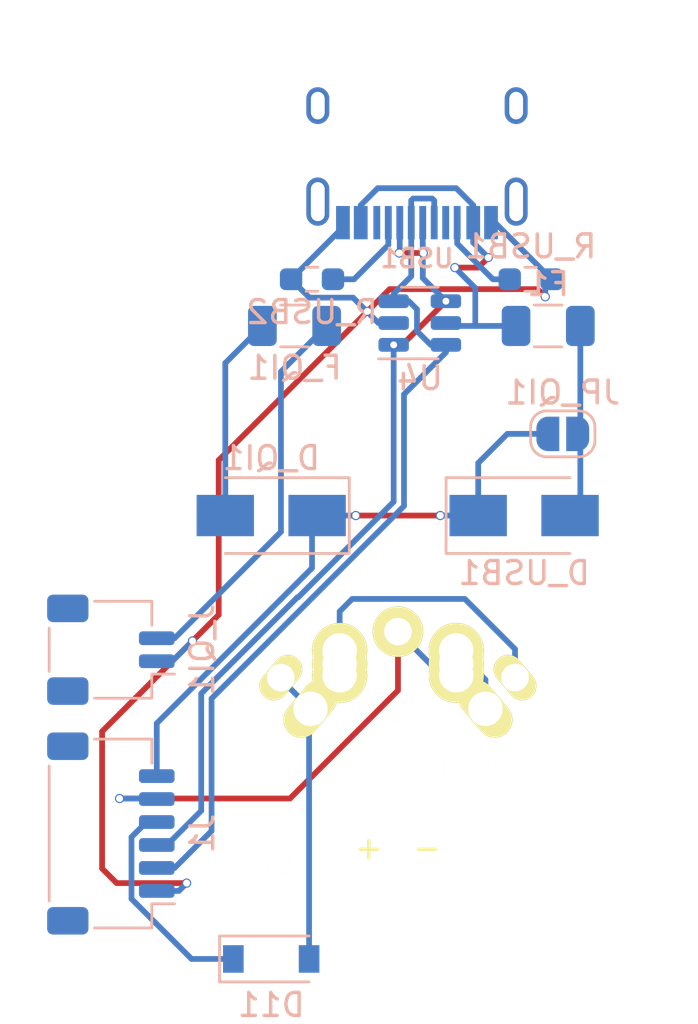
<source format=kicad_pcb>
(kicad_pcb (version 20171130) (host pcbnew 5.1.7)

  (general
    (thickness 1.6)
    (drawings 0)
    (tracks 138)
    (zones 0)
    (modules 13)
    (nets 1)
  )

  (page A4)
  (layers
    (0 F.Cu signal)
    (31 B.Cu signal)
    (32 B.Adhes user)
    (33 F.Adhes user)
    (34 B.Paste user)
    (35 F.Paste user)
    (36 B.SilkS user)
    (37 F.SilkS user)
    (38 B.Mask user)
    (39 F.Mask user)
    (40 Dwgs.User user)
    (41 Cmts.User user)
    (42 Eco1.User user)
    (43 Eco2.User user)
    (44 Edge.Cuts user)
    (45 Margin user)
    (46 B.CrtYd user)
    (47 F.CrtYd user)
    (48 B.Fab user)
    (49 F.Fab user)
  )

  (setup
    (last_trace_width 0.25)
    (trace_clearance 0.2)
    (zone_clearance 0.508)
    (zone_45_only no)
    (trace_min 0.2)
    (via_size 0.8)
    (via_drill 0.4)
    (via_min_size 0.4)
    (via_min_drill 0.3)
    (uvia_size 0.3)
    (uvia_drill 0.1)
    (uvias_allowed no)
    (uvia_min_size 0.2)
    (uvia_min_drill 0.1)
    (edge_width 0.05)
    (segment_width 0.2)
    (pcb_text_width 0.3)
    (pcb_text_size 1.5 1.5)
    (mod_edge_width 0.12)
    (mod_text_size 1 1)
    (mod_text_width 0.15)
    (pad_size 1.524 1.524)
    (pad_drill 0.762)
    (pad_to_mask_clearance 0)
    (aux_axis_origin 0 0)
    (visible_elements FFFFFF7F)
    (pcbplotparams
      (layerselection 0x010fc_ffffffff)
      (usegerberextensions false)
      (usegerberattributes true)
      (usegerberadvancedattributes true)
      (creategerberjobfile true)
      (excludeedgelayer true)
      (linewidth 0.100000)
      (plotframeref false)
      (viasonmask false)
      (mode 1)
      (useauxorigin false)
      (hpglpennumber 1)
      (hpglpenspeed 20)
      (hpglpendiameter 15.000000)
      (psnegative false)
      (psa4output false)
      (plotreference true)
      (plotvalue true)
      (plotinvisibletext false)
      (padsonsilk false)
      (subtractmaskfromsilk false)
      (outputformat 1)
      (mirror false)
      (drillshape 1)
      (scaleselection 1)
      (outputdirectory ""))
  )

  (net 0 "")

  (net_class Default "This is the default net class."
    (clearance 0.2)
    (trace_width 0.25)
    (via_dia 0.8)
    (via_drill 0.4)
    (uvia_dia 0.3)
    (uvia_drill 0.1)
  )

  (module Keebio-Parts:HRO-TYPE-C-31-M-12-Assembly (layer B.Cu) (tedit 5D5436F4) (tstamp 5FBDA54A)
    (at 133.731 45.339)
    (path /5FBC1D9F)
    (solder_mask_margin 0.05)
    (solder_paste_margin 0.05)
    (clearance 0.05)
    (attr smd)
    (fp_text reference USB1 (at 0 9.25) (layer B.SilkS)
      (effects (font (size 0.8 0.8) (thickness 0.15)) (justify mirror))
    )
    (fp_text value HRO-TYPE-C-31-M-12 (at 0 -1.15) (layer Dwgs.User)
      (effects (font (size 1 1) (thickness 0.15)))
    )
    (fp_line (start -4.47 7.3) (end 4.47 7.3) (layer Dwgs.User) (width 0.15))
    (fp_line (start 4.47 0) (end 4.47 7.3) (layer Dwgs.User) (width 0.15))
    (fp_line (start -4.47 0) (end -4.47 7.3) (layer Dwgs.User) (width 0.15))
    (fp_line (start -4.47 0) (end 4.47 0) (layer Dwgs.User) (width 0.15))
    (fp_line (start -4.5 7.5) (end -3.75 7.5) (layer B.CrtYd) (width 0.15))
    (fp_line (start 4.5 7.5) (end 4.5 0) (layer B.CrtYd) (width 0.15))
    (fp_line (start 4.5 0) (end -4.5 0) (layer B.CrtYd) (width 0.15))
    (fp_line (start -4.5 0) (end -4.5 7.5) (layer B.CrtYd) (width 0.15))
    (fp_line (start -3.75 7.5) (end -3.75 8.5) (layer B.CrtYd) (width 0.15))
    (fp_line (start -3.75 8.5) (end 3.75 8.5) (layer B.CrtYd) (width 0.15))
    (fp_line (start 3.75 8.5) (end 3.75 7.5) (layer B.CrtYd) (width 0.15))
    (fp_line (start 4.5 7.5) (end 3.75 7.5) (layer B.CrtYd) (width 0.15))
    (fp_text user %R (at 0 9.25) (layer B.Fab)
      (effects (font (size 1 1) (thickness 0.15)) (justify mirror))
    )
    (pad 13 thru_hole oval (at 4.32 2.6) (size 1 1.6) (drill oval 0.6 1.2) (layers *.Cu *.Mask))
    (pad 13 thru_hole oval (at -4.32 2.6) (size 1 1.6) (drill oval 0.6 1.2) (layers *.Cu *.Mask))
    (pad 13 thru_hole oval (at 4.32 6.78) (size 1 2.1) (drill oval 0.6 1.7) (layers *.Cu *.Mask))
    (pad 13 thru_hole oval (at -4.32 6.78) (size 1 2.1) (drill oval 0.6 1.7) (layers *.Cu *.Mask))
    (pad "" np_thru_hole circle (at -2.89 6.25) (size 0.65 0.65) (drill 0.65) (layers *.Cu *.Mask))
    (pad "" np_thru_hole circle (at 2.89 6.25) (size 0.65 0.65) (drill 0.65) (layers *.Cu *.Mask))
    (pad 6 smd rect (at -0.25 7.695) (size 0.3 1.45) (layers B.Cu B.Paste B.Mask))
    (pad 7 smd rect (at 0.25 7.695) (size 0.3 1.45) (layers B.Cu B.Paste B.Mask))
    (pad 8 smd rect (at 0.75 7.695) (size 0.3 1.45) (layers B.Cu B.Paste B.Mask))
    (pad 5 smd rect (at -0.75 7.695) (size 0.3 1.45) (layers B.Cu B.Paste B.Mask))
    (pad 9 smd rect (at 1.25 7.695) (size 0.3 1.45) (layers B.Cu B.Paste B.Mask))
    (pad 4 smd rect (at -1.25 7.695) (size 0.3 1.45) (layers B.Cu B.Paste B.Mask))
    (pad 10 smd rect (at 1.75 7.695) (size 0.3 1.45) (layers B.Cu B.Paste B.Mask))
    (pad 3 smd rect (at -1.75 7.695) (size 0.3 1.45) (layers B.Cu B.Paste B.Mask))
    (pad 2 smd rect (at -2.45 7.695) (size 0.6 1.45) (layers B.Cu B.Paste B.Mask))
    (pad 11 smd rect (at 2.45 7.695) (size 0.6 1.45) (layers B.Cu B.Paste B.Mask))
    (pad 1 smd rect (at -3.225 7.695) (size 0.6 1.45) (layers B.Cu B.Paste B.Mask))
    (pad 12 smd rect (at 3.225 7.695) (size 0.6 1.45) (layers B.Cu B.Paste B.Mask))
    (model "/Users/danny/syncproj/kicad-libs/footprints/Keebio-Parts.pretty/3dmodels/HRO  TYPE-C-31-M-12.step"
      (offset (xyz -4.45 0 0))
      (scale (xyz 1 1 1))
      (rotate (xyz -90 0 0))
    )
  )

  (module Package_TO_SOT_SMD:SOT-23-6 (layer B.Cu) (tedit 5F6F9B37) (tstamp 5FBDA533)
    (at 133.8525 57.404)
    (descr "SOT, 6 Pin (https://www.jedec.org/sites/default/files/docs/Mo-178c.PDF variant AB), generated with kicad-footprint-generator ipc_gullwing_generator.py")
    (tags "SOT TO_SOT_SMD")
    (path /5FBC61CF)
    (attr smd)
    (fp_text reference U4 (at 0 2.4) (layer B.SilkS)
      (effects (font (size 1 1) (thickness 0.15)) (justify mirror))
    )
    (fp_text value SRV05-4 (at 0 -2.4) (layer B.Fab)
      (effects (font (size 1 1) (thickness 0.15)) (justify mirror))
    )
    (fp_line (start 0 -1.56) (end 0.8 -1.56) (layer B.SilkS) (width 0.12))
    (fp_line (start 0 -1.56) (end -0.8 -1.56) (layer B.SilkS) (width 0.12))
    (fp_line (start 0 1.56) (end 0.8 1.56) (layer B.SilkS) (width 0.12))
    (fp_line (start 0 1.56) (end -1.8 1.56) (layer B.SilkS) (width 0.12))
    (fp_line (start -0.4 1.45) (end 0.8 1.45) (layer B.Fab) (width 0.1))
    (fp_line (start 0.8 1.45) (end 0.8 -1.45) (layer B.Fab) (width 0.1))
    (fp_line (start 0.8 -1.45) (end -0.8 -1.45) (layer B.Fab) (width 0.1))
    (fp_line (start -0.8 -1.45) (end -0.8 1.05) (layer B.Fab) (width 0.1))
    (fp_line (start -0.8 1.05) (end -0.4 1.45) (layer B.Fab) (width 0.1))
    (fp_line (start -2.05 1.7) (end -2.05 -1.7) (layer B.CrtYd) (width 0.05))
    (fp_line (start -2.05 -1.7) (end 2.05 -1.7) (layer B.CrtYd) (width 0.05))
    (fp_line (start 2.05 -1.7) (end 2.05 1.7) (layer B.CrtYd) (width 0.05))
    (fp_line (start 2.05 1.7) (end -2.05 1.7) (layer B.CrtYd) (width 0.05))
    (fp_text user %R (at 0 0) (layer B.Fab)
      (effects (font (size 0.4 0.4) (thickness 0.06)) (justify mirror))
    )
    (pad 1 smd roundrect (at -1.1375 0.95) (size 1.325 0.6) (layers B.Cu B.Paste B.Mask) (roundrect_rratio 0.25))
    (pad 2 smd roundrect (at -1.1375 0) (size 1.325 0.6) (layers B.Cu B.Paste B.Mask) (roundrect_rratio 0.25))
    (pad 3 smd roundrect (at -1.1375 -0.95) (size 1.325 0.6) (layers B.Cu B.Paste B.Mask) (roundrect_rratio 0.25))
    (pad 4 smd roundrect (at 1.1375 -0.95) (size 1.325 0.6) (layers B.Cu B.Paste B.Mask) (roundrect_rratio 0.25))
    (pad 5 smd roundrect (at 1.1375 0) (size 1.325 0.6) (layers B.Cu B.Paste B.Mask) (roundrect_rratio 0.25))
    (pad 6 smd roundrect (at 1.1375 0.95) (size 1.325 0.6) (layers B.Cu B.Paste B.Mask) (roundrect_rratio 0.25))
    (model ${KISYS3DMOD}/Package_TO_SOT_SMD.3dshapes/SOT-23-6.wrl
      (at (xyz 0 0 0))
      (scale (xyz 1 1 1))
      (rotate (xyz 0 0 0))
    )
  )

  (module Resistor_SMD:R_0603_1608Metric_Pad0.98x0.95mm_HandSolder (layer B.Cu) (tedit 5F68FEEE) (tstamp 5FBDA51B)
    (at 129.159 55.499)
    (descr "Resistor SMD 0603 (1608 Metric), square (rectangular) end terminal, IPC_7351 nominal with elongated pad for handsoldering. (Body size source: IPC-SM-782 page 72, https://www.pcb-3d.com/wordpress/wp-content/uploads/ipc-sm-782a_amendment_1_and_2.pdf), generated with kicad-footprint-generator")
    (tags "resistor handsolder")
    (path /5FBCD7A9)
    (attr smd)
    (fp_text reference R_USB2 (at 0 1.43) (layer B.SilkS)
      (effects (font (size 1 1) (thickness 0.15)) (justify mirror))
    )
    (fp_text value 5.1k (at 0 -1.43) (layer B.Fab)
      (effects (font (size 1 1) (thickness 0.15)) (justify mirror))
    )
    (fp_line (start -0.8 -0.4125) (end -0.8 0.4125) (layer B.Fab) (width 0.1))
    (fp_line (start -0.8 0.4125) (end 0.8 0.4125) (layer B.Fab) (width 0.1))
    (fp_line (start 0.8 0.4125) (end 0.8 -0.4125) (layer B.Fab) (width 0.1))
    (fp_line (start 0.8 -0.4125) (end -0.8 -0.4125) (layer B.Fab) (width 0.1))
    (fp_line (start -0.254724 0.5225) (end 0.254724 0.5225) (layer B.SilkS) (width 0.12))
    (fp_line (start -0.254724 -0.5225) (end 0.254724 -0.5225) (layer B.SilkS) (width 0.12))
    (fp_line (start -1.65 -0.73) (end -1.65 0.73) (layer B.CrtYd) (width 0.05))
    (fp_line (start -1.65 0.73) (end 1.65 0.73) (layer B.CrtYd) (width 0.05))
    (fp_line (start 1.65 0.73) (end 1.65 -0.73) (layer B.CrtYd) (width 0.05))
    (fp_line (start 1.65 -0.73) (end -1.65 -0.73) (layer B.CrtYd) (width 0.05))
    (fp_text user %R (at 0 0) (layer B.Fab)
      (effects (font (size 0.4 0.4) (thickness 0.06)) (justify mirror))
    )
    (pad 1 smd roundrect (at -0.9125 0) (size 0.975 0.95) (layers B.Cu B.Paste B.Mask) (roundrect_rratio 0.25))
    (pad 2 smd roundrect (at 0.9125 0) (size 0.975 0.95) (layers B.Cu B.Paste B.Mask) (roundrect_rratio 0.25))
    (model ${KISYS3DMOD}/Resistor_SMD.3dshapes/R_0603_1608Metric.wrl
      (at (xyz 0 0 0))
      (scale (xyz 1 1 1))
      (rotate (xyz 0 0 0))
    )
  )

  (module Resistor_SMD:R_0603_1608Metric_Pad0.98x0.95mm_HandSolder (layer B.Cu) (tedit 5F68FEEE) (tstamp 5FBDA50B)
    (at 138.684 55.499 180)
    (descr "Resistor SMD 0603 (1608 Metric), square (rectangular) end terminal, IPC_7351 nominal with elongated pad for handsoldering. (Body size source: IPC-SM-782 page 72, https://www.pcb-3d.com/wordpress/wp-content/uploads/ipc-sm-782a_amendment_1_and_2.pdf), generated with kicad-footprint-generator")
    (tags "resistor handsolder")
    (path /5FBCD06F)
    (attr smd)
    (fp_text reference R_USB1 (at 0 1.43) (layer B.SilkS)
      (effects (font (size 1 1) (thickness 0.15)) (justify mirror))
    )
    (fp_text value 5.1k (at 0 -1.43) (layer B.Fab)
      (effects (font (size 1 1) (thickness 0.15)) (justify mirror))
    )
    (fp_line (start -0.8 -0.4125) (end -0.8 0.4125) (layer B.Fab) (width 0.1))
    (fp_line (start -0.8 0.4125) (end 0.8 0.4125) (layer B.Fab) (width 0.1))
    (fp_line (start 0.8 0.4125) (end 0.8 -0.4125) (layer B.Fab) (width 0.1))
    (fp_line (start 0.8 -0.4125) (end -0.8 -0.4125) (layer B.Fab) (width 0.1))
    (fp_line (start -0.254724 0.5225) (end 0.254724 0.5225) (layer B.SilkS) (width 0.12))
    (fp_line (start -0.254724 -0.5225) (end 0.254724 -0.5225) (layer B.SilkS) (width 0.12))
    (fp_line (start -1.65 -0.73) (end -1.65 0.73) (layer B.CrtYd) (width 0.05))
    (fp_line (start -1.65 0.73) (end 1.65 0.73) (layer B.CrtYd) (width 0.05))
    (fp_line (start 1.65 0.73) (end 1.65 -0.73) (layer B.CrtYd) (width 0.05))
    (fp_line (start 1.65 -0.73) (end -1.65 -0.73) (layer B.CrtYd) (width 0.05))
    (fp_text user %R (at 0 0) (layer B.Fab)
      (effects (font (size 0.4 0.4) (thickness 0.06)) (justify mirror))
    )
    (pad 1 smd roundrect (at -0.9125 0 180) (size 0.975 0.95) (layers B.Cu B.Paste B.Mask) (roundrect_rratio 0.25))
    (pad 2 smd roundrect (at 0.9125 0 180) (size 0.975 0.95) (layers B.Cu B.Paste B.Mask) (roundrect_rratio 0.25))
    (model ${KISYS3DMOD}/Resistor_SMD.3dshapes/R_0603_1608Metric.wrl
      (at (xyz 0 0 0))
      (scale (xyz 1 1 1))
      (rotate (xyz 0 0 0))
    )
  )

  (module Fuse:Fuse_1206_3216Metric (layer B.Cu) (tedit 5F68FEF1) (tstamp 5FBDA4F4)
    (at 139.446 57.531 180)
    (descr "Fuse SMD 1206 (3216 Metric), square (rectangular) end terminal, IPC_7351 nominal, (Body size source: http://www.tortai-tech.com/upload/download/2011102023233369053.pdf), generated with kicad-footprint-generator")
    (tags fuse)
    (path /5FBE3CD7)
    (attr smd)
    (fp_text reference F1 (at 0 1.82) (layer B.SilkS)
      (effects (font (size 1 1) (thickness 0.15)) (justify mirror))
    )
    (fp_text value Polyfuse_Small (at 0 -1.82) (layer B.Fab)
      (effects (font (size 1 1) (thickness 0.15)) (justify mirror))
    )
    (fp_line (start -1.6 -0.8) (end -1.6 0.8) (layer B.Fab) (width 0.1))
    (fp_line (start -1.6 0.8) (end 1.6 0.8) (layer B.Fab) (width 0.1))
    (fp_line (start 1.6 0.8) (end 1.6 -0.8) (layer B.Fab) (width 0.1))
    (fp_line (start 1.6 -0.8) (end -1.6 -0.8) (layer B.Fab) (width 0.1))
    (fp_line (start -0.602064 0.91) (end 0.602064 0.91) (layer B.SilkS) (width 0.12))
    (fp_line (start -0.602064 -0.91) (end 0.602064 -0.91) (layer B.SilkS) (width 0.12))
    (fp_line (start -2.28 -1.12) (end -2.28 1.12) (layer B.CrtYd) (width 0.05))
    (fp_line (start -2.28 1.12) (end 2.28 1.12) (layer B.CrtYd) (width 0.05))
    (fp_line (start 2.28 1.12) (end 2.28 -1.12) (layer B.CrtYd) (width 0.05))
    (fp_line (start 2.28 -1.12) (end -2.28 -1.12) (layer B.CrtYd) (width 0.05))
    (fp_text user %R (at 0 0) (layer B.Fab)
      (effects (font (size 0.8 0.8) (thickness 0.12)) (justify mirror))
    )
    (pad 1 smd roundrect (at -1.4 0 180) (size 1.25 1.75) (layers B.Cu B.Paste B.Mask) (roundrect_rratio 0.2))
    (pad 2 smd roundrect (at 1.4 0 180) (size 1.25 1.75) (layers B.Cu B.Paste B.Mask) (roundrect_rratio 0.2))
    (model ${KISYS3DMOD}/Fuse.3dshapes/Fuse_1206_3216Metric.wrl
      (at (xyz 0 0 0))
      (scale (xyz 1 1 1))
      (rotate (xyz 0 0 0))
    )
  )

  (module Diode_SMD:D_SMA (layer B.Cu) (tedit 586432E5) (tstamp 5FBDA4DD)
    (at 138.398 65.786)
    (descr "Diode SMA (DO-214AC)")
    (tags "Diode SMA (DO-214AC)")
    (path /5FBF61D7)
    (attr smd)
    (fp_text reference D_USB1 (at 0 2.5) (layer B.SilkS)
      (effects (font (size 1 1) (thickness 0.15)) (justify mirror))
    )
    (fp_text value SS34 (at 0 -2.6) (layer B.Fab)
      (effects (font (size 1 1) (thickness 0.15)) (justify mirror))
    )
    (fp_line (start -3.4 1.65) (end -3.4 -1.65) (layer B.SilkS) (width 0.12))
    (fp_line (start 2.3 -1.5) (end -2.3 -1.5) (layer B.Fab) (width 0.1))
    (fp_line (start -2.3 -1.5) (end -2.3 1.5) (layer B.Fab) (width 0.1))
    (fp_line (start 2.3 1.5) (end 2.3 -1.5) (layer B.Fab) (width 0.1))
    (fp_line (start 2.3 1.5) (end -2.3 1.5) (layer B.Fab) (width 0.1))
    (fp_line (start -3.5 1.75) (end 3.5 1.75) (layer B.CrtYd) (width 0.05))
    (fp_line (start 3.5 1.75) (end 3.5 -1.75) (layer B.CrtYd) (width 0.05))
    (fp_line (start 3.5 -1.75) (end -3.5 -1.75) (layer B.CrtYd) (width 0.05))
    (fp_line (start -3.5 -1.75) (end -3.5 1.75) (layer B.CrtYd) (width 0.05))
    (fp_line (start -0.64944 -0.00102) (end -1.55114 -0.00102) (layer B.Fab) (width 0.1))
    (fp_line (start 0.50118 -0.00102) (end 1.4994 -0.00102) (layer B.Fab) (width 0.1))
    (fp_line (start -0.64944 0.79908) (end -0.64944 -0.80112) (layer B.Fab) (width 0.1))
    (fp_line (start 0.50118 -0.75032) (end 0.50118 0.79908) (layer B.Fab) (width 0.1))
    (fp_line (start -0.64944 -0.00102) (end 0.50118 -0.75032) (layer B.Fab) (width 0.1))
    (fp_line (start -0.64944 -0.00102) (end 0.50118 0.79908) (layer B.Fab) (width 0.1))
    (fp_line (start -3.4 -1.65) (end 2 -1.65) (layer B.SilkS) (width 0.12))
    (fp_line (start -3.4 1.65) (end 2 1.65) (layer B.SilkS) (width 0.12))
    (fp_text user %R (at 0 2.5) (layer B.Fab)
      (effects (font (size 1 1) (thickness 0.15)) (justify mirror))
    )
    (pad 1 smd rect (at -2 0) (size 2.5 1.8) (layers B.Cu B.Paste B.Mask))
    (pad 2 smd rect (at 2 0) (size 2.5 1.8) (layers B.Cu B.Paste B.Mask))
    (model ${KISYS3DMOD}/Diode_SMD.3dshapes/D_SMA.wrl
      (at (xyz 0 0 0))
      (scale (xyz 1 1 1))
      (rotate (xyz 0 0 0))
    )
  )

  (module Diode_SMD:D_SMA (layer B.Cu) (tedit 586432E5) (tstamp 5FBDA4C6)
    (at 127.381 65.786 180)
    (descr "Diode SMA (DO-214AC)")
    (tags "Diode SMA (DO-214AC)")
    (path /5FC0EC01)
    (attr smd)
    (fp_text reference D_QI1 (at 0 2.5) (layer B.SilkS)
      (effects (font (size 1 1) (thickness 0.15)) (justify mirror))
    )
    (fp_text value SS34 (at 0 -2.6) (layer B.Fab)
      (effects (font (size 1 1) (thickness 0.15)) (justify mirror))
    )
    (fp_line (start -3.4 1.65) (end -3.4 -1.65) (layer B.SilkS) (width 0.12))
    (fp_line (start 2.3 -1.5) (end -2.3 -1.5) (layer B.Fab) (width 0.1))
    (fp_line (start -2.3 -1.5) (end -2.3 1.5) (layer B.Fab) (width 0.1))
    (fp_line (start 2.3 1.5) (end 2.3 -1.5) (layer B.Fab) (width 0.1))
    (fp_line (start 2.3 1.5) (end -2.3 1.5) (layer B.Fab) (width 0.1))
    (fp_line (start -3.5 1.75) (end 3.5 1.75) (layer B.CrtYd) (width 0.05))
    (fp_line (start 3.5 1.75) (end 3.5 -1.75) (layer B.CrtYd) (width 0.05))
    (fp_line (start 3.5 -1.75) (end -3.5 -1.75) (layer B.CrtYd) (width 0.05))
    (fp_line (start -3.5 -1.75) (end -3.5 1.75) (layer B.CrtYd) (width 0.05))
    (fp_line (start -0.64944 -0.00102) (end -1.55114 -0.00102) (layer B.Fab) (width 0.1))
    (fp_line (start 0.50118 -0.00102) (end 1.4994 -0.00102) (layer B.Fab) (width 0.1))
    (fp_line (start -0.64944 0.79908) (end -0.64944 -0.80112) (layer B.Fab) (width 0.1))
    (fp_line (start 0.50118 -0.75032) (end 0.50118 0.79908) (layer B.Fab) (width 0.1))
    (fp_line (start -0.64944 -0.00102) (end 0.50118 -0.75032) (layer B.Fab) (width 0.1))
    (fp_line (start -0.64944 -0.00102) (end 0.50118 0.79908) (layer B.Fab) (width 0.1))
    (fp_line (start -3.4 -1.65) (end 2 -1.65) (layer B.SilkS) (width 0.12))
    (fp_line (start -3.4 1.65) (end 2 1.65) (layer B.SilkS) (width 0.12))
    (fp_text user %R (at 0 2.5) (layer B.Fab)
      (effects (font (size 1 1) (thickness 0.15)) (justify mirror))
    )
    (pad 1 smd rect (at -2 0 180) (size 2.5 1.8) (layers B.Cu B.Paste B.Mask))
    (pad 2 smd rect (at 2 0 180) (size 2.5 1.8) (layers B.Cu B.Paste B.Mask))
    (model ${KISYS3DMOD}/Diode_SMD.3dshapes/D_SMA.wrl
      (at (xyz 0 0 0))
      (scale (xyz 1 1 1))
      (rotate (xyz 0 0 0))
    )
  )

  (module Diode_SMD:D_SOD-123 (layer B.Cu) (tedit 58645DC7) (tstamp 5FBDA4AE)
    (at 127.381 85.09)
    (descr SOD-123)
    (tags SOD-123)
    (path /5FBD9CFB)
    (attr smd)
    (fp_text reference D11 (at 0 2) (layer B.SilkS)
      (effects (font (size 1 1) (thickness 0.15)) (justify mirror))
    )
    (fp_text value D_Small (at 0 -2.1) (layer B.Fab)
      (effects (font (size 1 1) (thickness 0.15)) (justify mirror))
    )
    (fp_line (start -2.25 1) (end -2.25 -1) (layer B.SilkS) (width 0.12))
    (fp_line (start 0.25 0) (end 0.75 0) (layer B.Fab) (width 0.1))
    (fp_line (start 0.25 -0.4) (end -0.35 0) (layer B.Fab) (width 0.1))
    (fp_line (start 0.25 0.4) (end 0.25 -0.4) (layer B.Fab) (width 0.1))
    (fp_line (start -0.35 0) (end 0.25 0.4) (layer B.Fab) (width 0.1))
    (fp_line (start -0.35 0) (end -0.35 -0.55) (layer B.Fab) (width 0.1))
    (fp_line (start -0.35 0) (end -0.35 0.55) (layer B.Fab) (width 0.1))
    (fp_line (start -0.75 0) (end -0.35 0) (layer B.Fab) (width 0.1))
    (fp_line (start -1.4 -0.9) (end -1.4 0.9) (layer B.Fab) (width 0.1))
    (fp_line (start 1.4 -0.9) (end -1.4 -0.9) (layer B.Fab) (width 0.1))
    (fp_line (start 1.4 0.9) (end 1.4 -0.9) (layer B.Fab) (width 0.1))
    (fp_line (start -1.4 0.9) (end 1.4 0.9) (layer B.Fab) (width 0.1))
    (fp_line (start -2.35 1.15) (end 2.35 1.15) (layer B.CrtYd) (width 0.05))
    (fp_line (start 2.35 1.15) (end 2.35 -1.15) (layer B.CrtYd) (width 0.05))
    (fp_line (start 2.35 -1.15) (end -2.35 -1.15) (layer B.CrtYd) (width 0.05))
    (fp_line (start -2.35 1.15) (end -2.35 -1.15) (layer B.CrtYd) (width 0.05))
    (fp_line (start -2.25 -1) (end 1.65 -1) (layer B.SilkS) (width 0.12))
    (fp_line (start -2.25 1) (end 1.65 1) (layer B.SilkS) (width 0.12))
    (fp_text user %R (at 0 2) (layer B.Fab)
      (effects (font (size 1 1) (thickness 0.15)) (justify mirror))
    )
    (pad 1 smd rect (at -1.65 0) (size 0.9 1.2) (layers B.Cu B.Paste B.Mask))
    (pad 2 smd rect (at 1.65 0) (size 0.9 1.2) (layers B.Cu B.Paste B.Mask))
    (model ${KISYS3DMOD}/Diode_SMD.3dshapes/D_SOD-123.wrl
      (at (xyz 0 0 0))
      (scale (xyz 1 1 1))
      (rotate (xyz 0 0 0))
    )
  )

  (module Fuse:Fuse_1206_3216Metric (layer B.Cu) (tedit 5F68FEF1) (tstamp 5FBDA49E)
    (at 128.397 57.531)
    (descr "Fuse SMD 1206 (3216 Metric), square (rectangular) end terminal, IPC_7351 nominal, (Body size source: http://www.tortai-tech.com/upload/download/2011102023233369053.pdf), generated with kicad-footprint-generator")
    (tags fuse)
    (path /5FC0E33D)
    (attr smd)
    (fp_text reference F_QI1 (at 0 1.82) (layer B.SilkS)
      (effects (font (size 1 1) (thickness 0.15)) (justify mirror))
    )
    (fp_text value SCF075-1206R (at 0 -1.82) (layer B.Fab)
      (effects (font (size 1 1) (thickness 0.15)) (justify mirror))
    )
    (fp_line (start -1.6 -0.8) (end -1.6 0.8) (layer B.Fab) (width 0.1))
    (fp_line (start -1.6 0.8) (end 1.6 0.8) (layer B.Fab) (width 0.1))
    (fp_line (start 1.6 0.8) (end 1.6 -0.8) (layer B.Fab) (width 0.1))
    (fp_line (start 1.6 -0.8) (end -1.6 -0.8) (layer B.Fab) (width 0.1))
    (fp_line (start -0.602064 0.91) (end 0.602064 0.91) (layer B.SilkS) (width 0.12))
    (fp_line (start -0.602064 -0.91) (end 0.602064 -0.91) (layer B.SilkS) (width 0.12))
    (fp_line (start -2.28 -1.12) (end -2.28 1.12) (layer B.CrtYd) (width 0.05))
    (fp_line (start -2.28 1.12) (end 2.28 1.12) (layer B.CrtYd) (width 0.05))
    (fp_line (start 2.28 1.12) (end 2.28 -1.12) (layer B.CrtYd) (width 0.05))
    (fp_line (start 2.28 -1.12) (end -2.28 -1.12) (layer B.CrtYd) (width 0.05))
    (fp_text user %R (at 0 0) (layer B.Fab)
      (effects (font (size 0.8 0.8) (thickness 0.12)) (justify mirror))
    )
    (pad 1 smd roundrect (at -1.4 0) (size 1.25 1.75) (layers B.Cu B.Paste B.Mask) (roundrect_rratio 0.2))
    (pad 2 smd roundrect (at 1.4 0) (size 1.25 1.75) (layers B.Cu B.Paste B.Mask) (roundrect_rratio 0.2))
    (model ${KISYS3DMOD}/Fuse.3dshapes/Fuse_1206_3216Metric.wrl
      (at (xyz 0 0 0))
      (scale (xyz 1 1 1))
      (rotate (xyz 0 0 0))
    )
  )

  (module Connector_JST:JST_SH_SM02B-SRSS-TB_1x02-1MP_P1.00mm_Horizontal (layer B.Cu) (tedit 5B78AD87) (tstamp 5FBDA481)
    (at 120.396 71.628 90)
    (descr "JST SH series connector, SM02B-SRSS-TB (http://www.jst-mfg.com/product/pdf/eng/eSH.pdf), generated with kicad-footprint-generator")
    (tags "connector JST SH top entry")
    (path /5FC0C85A)
    (attr smd)
    (fp_text reference J_QI1 (at 0 3.98 90) (layer B.SilkS)
      (effects (font (size 1 1) (thickness 0.15)) (justify mirror))
    )
    (fp_text value Conn_01x02 (at 0 -3.98 90) (layer B.Fab)
      (effects (font (size 1 1) (thickness 0.15)) (justify mirror))
    )
    (fp_line (start -2 1.675) (end 2 1.675) (layer B.Fab) (width 0.1))
    (fp_line (start -2.11 -0.715) (end -2.11 1.785) (layer B.SilkS) (width 0.12))
    (fp_line (start -2.11 1.785) (end -1.06 1.785) (layer B.SilkS) (width 0.12))
    (fp_line (start -1.06 1.785) (end -1.06 2.775) (layer B.SilkS) (width 0.12))
    (fp_line (start 2.11 -0.715) (end 2.11 1.785) (layer B.SilkS) (width 0.12))
    (fp_line (start 2.11 1.785) (end 1.06 1.785) (layer B.SilkS) (width 0.12))
    (fp_line (start -0.94 -2.685) (end 0.94 -2.685) (layer B.SilkS) (width 0.12))
    (fp_line (start -2 -2.575) (end 2 -2.575) (layer B.Fab) (width 0.1))
    (fp_line (start -2 1.675) (end -2 -2.575) (layer B.Fab) (width 0.1))
    (fp_line (start 2 1.675) (end 2 -2.575) (layer B.Fab) (width 0.1))
    (fp_line (start -2.9 3.28) (end -2.9 -3.28) (layer B.CrtYd) (width 0.05))
    (fp_line (start -2.9 -3.28) (end 2.9 -3.28) (layer B.CrtYd) (width 0.05))
    (fp_line (start 2.9 -3.28) (end 2.9 3.28) (layer B.CrtYd) (width 0.05))
    (fp_line (start 2.9 3.28) (end -2.9 3.28) (layer B.CrtYd) (width 0.05))
    (fp_line (start -1 1.675) (end -0.5 0.967893) (layer B.Fab) (width 0.1))
    (fp_line (start -0.5 0.967893) (end 0 1.675) (layer B.Fab) (width 0.1))
    (fp_text user %R (at 0 0 90) (layer B.Fab)
      (effects (font (size 1 1) (thickness 0.15)) (justify mirror))
    )
    (pad 1 smd roundrect (at -0.5 2 90) (size 0.6 1.55) (layers B.Cu B.Paste B.Mask) (roundrect_rratio 0.25))
    (pad 2 smd roundrect (at 0.5 2 90) (size 0.6 1.55) (layers B.Cu B.Paste B.Mask) (roundrect_rratio 0.25))
    (pad MP smd roundrect (at -1.8 -1.875 90) (size 1.2 1.8) (layers B.Cu B.Paste B.Mask) (roundrect_rratio 0.208333))
    (pad MP smd roundrect (at 1.8 -1.875 90) (size 1.2 1.8) (layers B.Cu B.Paste B.Mask) (roundrect_rratio 0.208333))
    (model ${KISYS3DMOD}/Connector_JST.3dshapes/JST_SH_SM02B-SRSS-TB_1x02-1MP_P1.00mm_Horizontal.wrl
      (at (xyz 0 0 0))
      (scale (xyz 1 1 1))
      (rotate (xyz 0 0 0))
    )
  )

  (module kbd:MX_ALPS_PG1350_noLed (layer F.Cu) (tedit 5B883445) (tstamp 5FBDA446)
    (at 132.902 76.741)
    (path /5FBD6A3F)
    (fp_text reference SW9 (at 0 3.175) (layer F.Fab)
      (effects (font (size 1 1) (thickness 0.15)))
    )
    (fp_text value SW_Push (at 0 -7.9375) (layer Dwgs.User)
      (effects (font (size 1 1) (thickness 0.15)))
    )
    (fp_line (start -9 -9) (end 9 -9) (layer Eco2.User) (width 0.15))
    (fp_line (start 9 -9) (end 9 9) (layer Eco2.User) (width 0.15))
    (fp_line (start 9 9) (end -9 9) (layer Eco2.User) (width 0.15))
    (fp_line (start -9 9) (end -9 -9) (layer Eco2.User) (width 0.15))
    (fp_line (start -7 -7) (end 7 -7) (layer Eco2.User) (width 0.15))
    (fp_line (start 7 -7) (end 7 7) (layer Eco2.User) (width 0.15))
    (fp_line (start 7 7) (end -7 7) (layer Eco2.User) (width 0.15))
    (fp_line (start -7 7) (end -7 -7) (layer Eco2.User) (width 0.15))
    (fp_line (start 7 -7) (end -7 -7) (layer F.Fab) (width 0.15))
    (fp_line (start -7 -7) (end -7 7) (layer F.Fab) (width 0.15))
    (fp_line (start -7 7) (end 7 7) (layer F.Fab) (width 0.15))
    (fp_line (start 7 7) (end 7 -7) (layer F.Fab) (width 0.15))
    (fp_text user - (at 1.27 3.5) (layer F.SilkS)
      (effects (font (size 1 1) (thickness 0.15)))
    )
    (fp_text user + (at -1.27 3.5) (layer F.SilkS)
      (effects (font (size 1 1) (thickness 0.15)))
    )
    (pad 1 thru_hole oval (at 5.1 -3.9 310) (size 2.2 1.25) (drill 1.2) (layers *.Cu *.Mask F.SilkS))
    (pad "" np_thru_hole circle (at 0 0 90) (size 4 4) (drill 4) (layers *.Cu *.Mask F.SilkS))
    (pad "" np_thru_hole circle (at -5.5 0 90) (size 1.9 1.9) (drill 1.9) (layers *.Cu *.Mask F.SilkS))
    (pad "" np_thru_hole circle (at 5.5 0 90) (size 1.9 1.9) (drill 1.9) (layers *.Cu *.Mask F.SilkS))
    (pad 1 thru_hole oval (at -5.1 -3.9 50) (size 2.2 1.25) (drill 1.2) (layers *.Cu *.Mask F.SilkS))
    (pad 2 thru_hole circle (at 0 -5.9 90) (size 2.2 2.2) (drill 1.2) (layers *.Cu *.Mask F.SilkS))
    (pad 2 thru_hole circle (at 2.54 -5.08) (size 2.4 2.4) (drill 1.5) (layers *.Cu *.Mask F.SilkS))
    (pad 1 thru_hole oval (at -3.81 -2.54 50) (size 2.8 1.55) (drill 1.5) (layers *.Cu *.Mask F.SilkS))
    (pad 1 thru_hole circle (at -2.54 -5.08) (size 2.4 2.4) (drill 1.5) (layers *.Cu *.Mask F.SilkS))
    (pad 2 thru_hole oval (at 3.81 -2.54 310) (size 2.8 1.55) (drill 1.5) (layers *.Cu *.Mask F.SilkS))
    (pad 2 thru_hole circle (at 2.54 -4.5) (size 2.4 2.4) (drill 1.5) (layers *.Cu *.Mask F.SilkS))
    (pad 2 thru_hole circle (at 2.54 -4) (size 2.4 2.4) (drill 1.5) (layers *.Cu *.Mask F.SilkS))
    (pad 1 thru_hole circle (at -2.54 -4) (size 2.4 2.4) (drill 1.5) (layers *.Cu *.Mask F.SilkS))
    (pad 1 thru_hole circle (at -2.54 -4.5) (size 2.4 2.4) (drill 1.5) (layers *.Cu *.Mask F.SilkS))
    (pad "" np_thru_hole circle (at 5.08 0) (size 1.7 1.7) (drill 1.7) (layers *.Cu *.Mask F.SilkS))
    (pad "" np_thru_hole circle (at -5.08 0) (size 1.7 1.7) (drill 1.7) (layers *.Cu *.Mask F.SilkS))
    (pad "" np_thru_hole circle (at 5.22 4.2) (size 1 1) (drill 1) (layers *.Cu *.Mask F.SilkS))
    (pad "" np_thru_hole circle (at -5.22 4.2) (size 1 1) (drill 1) (layers *.Cu *.Mask F.SilkS))
  )

  (module Jumper:SolderJumper-2_P1.3mm_Open_RoundedPad1.0x1.5mm (layer B.Cu) (tedit 5B391E66) (tstamp 5FBDA429)
    (at 140.081 62.23 180)
    (descr "SMD Solder Jumper, 1x1.5mm, rounded Pads, 0.3mm gap, open")
    (tags "solder jumper open")
    (path /5FBF4336)
    (attr virtual)
    (fp_text reference JP_QI1 (at 0 1.8) (layer B.SilkS)
      (effects (font (size 1 1) (thickness 0.15)) (justify mirror))
    )
    (fp_text value Jumper_2_Open (at 0 -1.9) (layer B.Fab)
      (effects (font (size 1 1) (thickness 0.15)) (justify mirror))
    )
    (fp_line (start -1.4 -0.3) (end -1.4 0.3) (layer B.SilkS) (width 0.12))
    (fp_line (start 0.7 -1) (end -0.7 -1) (layer B.SilkS) (width 0.12))
    (fp_line (start 1.4 0.3) (end 1.4 -0.3) (layer B.SilkS) (width 0.12))
    (fp_line (start -0.7 1) (end 0.7 1) (layer B.SilkS) (width 0.12))
    (fp_line (start -1.65 1.25) (end 1.65 1.25) (layer B.CrtYd) (width 0.05))
    (fp_line (start -1.65 1.25) (end -1.65 -1.25) (layer B.CrtYd) (width 0.05))
    (fp_line (start 1.65 -1.25) (end 1.65 1.25) (layer B.CrtYd) (width 0.05))
    (fp_line (start 1.65 -1.25) (end -1.65 -1.25) (layer B.CrtYd) (width 0.05))
    (fp_arc (start 0.7 0.3) (end 1.4 0.3) (angle 90) (layer B.SilkS) (width 0.12))
    (fp_arc (start 0.7 -0.3) (end 0.7 -1) (angle 90) (layer B.SilkS) (width 0.12))
    (fp_arc (start -0.7 -0.3) (end -1.4 -0.3) (angle 90) (layer B.SilkS) (width 0.12))
    (fp_arc (start -0.7 0.3) (end -0.7 1) (angle 90) (layer B.SilkS) (width 0.12))
    (pad 1 smd custom (at -0.65 0 180) (size 1 0.5) (layers B.Cu B.Mask)
      (zone_connect 2)
      (options (clearance outline) (anchor rect))
      (primitives
        (gr_circle (center 0 -0.25) (end 0.5 -0.25) (width 0))
        (gr_circle (center 0 0.25) (end 0.5 0.25) (width 0))
        (gr_poly (pts
           (xy 0 0.75) (xy 0.5 0.75) (xy 0.5 -0.75) (xy 0 -0.75)) (width 0))
      ))
    (pad 2 smd custom (at 0.65 0 180) (size 1 0.5) (layers B.Cu B.Mask)
      (zone_connect 2)
      (options (clearance outline) (anchor rect))
      (primitives
        (gr_circle (center 0 -0.25) (end 0.5 -0.25) (width 0))
        (gr_circle (center 0 0.25) (end 0.5 0.25) (width 0))
        (gr_poly (pts
           (xy 0 0.75) (xy -0.5 0.75) (xy -0.5 -0.75) (xy 0 -0.75)) (width 0))
      ))
  )

  (module Connector_JST:JST_SH_SM06B-SRSS-TB_1x06-1MP_P1.00mm_Horizontal (layer B.Cu) (tedit 5B78AD87) (tstamp 5FBDA3E0)
    (at 120.396 79.629 90)
    (descr "JST SH series connector, SM06B-SRSS-TB (http://www.jst-mfg.com/product/pdf/eng/eSH.pdf), generated with kicad-footprint-generator")
    (tags "connector JST SH top entry")
    (path /5FBCB64A)
    (attr smd)
    (fp_text reference J1 (at 0 3.98 90) (layer B.SilkS)
      (effects (font (size 1 1) (thickness 0.15)) (justify mirror))
    )
    (fp_text value Conn_01x06 (at 0 -3.98 90) (layer B.Fab)
      (effects (font (size 1 1) (thickness 0.15)) (justify mirror))
    )
    (fp_line (start -4 1.675) (end 4 1.675) (layer B.Fab) (width 0.1))
    (fp_line (start -4.11 -0.715) (end -4.11 1.785) (layer B.SilkS) (width 0.12))
    (fp_line (start -4.11 1.785) (end -3.06 1.785) (layer B.SilkS) (width 0.12))
    (fp_line (start -3.06 1.785) (end -3.06 2.775) (layer B.SilkS) (width 0.12))
    (fp_line (start 4.11 -0.715) (end 4.11 1.785) (layer B.SilkS) (width 0.12))
    (fp_line (start 4.11 1.785) (end 3.06 1.785) (layer B.SilkS) (width 0.12))
    (fp_line (start -2.94 -2.685) (end 2.94 -2.685) (layer B.SilkS) (width 0.12))
    (fp_line (start -4 -2.575) (end 4 -2.575) (layer B.Fab) (width 0.1))
    (fp_line (start -4 1.675) (end -4 -2.575) (layer B.Fab) (width 0.1))
    (fp_line (start 4 1.675) (end 4 -2.575) (layer B.Fab) (width 0.1))
    (fp_line (start -4.9 3.28) (end -4.9 -3.28) (layer B.CrtYd) (width 0.05))
    (fp_line (start -4.9 -3.28) (end 4.9 -3.28) (layer B.CrtYd) (width 0.05))
    (fp_line (start 4.9 -3.28) (end 4.9 3.28) (layer B.CrtYd) (width 0.05))
    (fp_line (start 4.9 3.28) (end -4.9 3.28) (layer B.CrtYd) (width 0.05))
    (fp_line (start -3 1.675) (end -2.5 0.967893) (layer B.Fab) (width 0.1))
    (fp_line (start -2.5 0.967893) (end -2 1.675) (layer B.Fab) (width 0.1))
    (fp_text user %R (at 0 0 90) (layer B.Fab)
      (effects (font (size 1 1) (thickness 0.15)) (justify mirror))
    )
    (pad 1 smd roundrect (at -2.5 2 90) (size 0.6 1.55) (layers B.Cu B.Paste B.Mask) (roundrect_rratio 0.25))
    (pad 2 smd roundrect (at -1.5 2 90) (size 0.6 1.55) (layers B.Cu B.Paste B.Mask) (roundrect_rratio 0.25))
    (pad 3 smd roundrect (at -0.5 2 90) (size 0.6 1.55) (layers B.Cu B.Paste B.Mask) (roundrect_rratio 0.25))
    (pad 4 smd roundrect (at 0.5 2 90) (size 0.6 1.55) (layers B.Cu B.Paste B.Mask) (roundrect_rratio 0.25))
    (pad 5 smd roundrect (at 1.5 2 90) (size 0.6 1.55) (layers B.Cu B.Paste B.Mask) (roundrect_rratio 0.25))
    (pad 6 smd roundrect (at 2.5 2 90) (size 0.6 1.55) (layers B.Cu B.Paste B.Mask) (roundrect_rratio 0.25))
    (pad MP smd roundrect (at -3.8 -1.875 90) (size 1.2 1.8) (layers B.Cu B.Paste B.Mask) (roundrect_rratio 0.208333))
    (pad MP smd roundrect (at 3.8 -1.875 90) (size 1.2 1.8) (layers B.Cu B.Paste B.Mask) (roundrect_rratio 0.208333))
    (model ${KISYS3DMOD}/Connector_JST.3dshapes/JST_SH_SM06B-SRSS-TB_1x06-1MP_P1.00mm_Horizontal.wrl
      (at (xyz 0 0 0))
      (scale (xyz 1 1 1))
      (rotate (xyz 0 0 0))
    )
  )

  (segment (start 131.55825 56.90975) (end 130.94751 56.29901) (width 0.25) (layer B.Cu) (net 0) (tstamp 5FBDA3CF))
  (segment (start 138.986999 55.928999) (end 139.319 56.261) (width 0.25) (layer F.Cu) (net 0) (tstamp 5FBDA3D1))
  (via (at 139.319 56.261) (size 0.4) (drill 0.3) (layers F.Cu B.Cu) (net 0) (tstamp 5FBDA3D3))
  (via (at 131.572 56.896) (size 0.4) (drill 0.3) (layers F.Cu B.Cu) (net 0) (tstamp 5FBDA3DD))
  (segment (start 120.015 75.184) (end 123.952 71.247) (width 0.25) (layer F.Cu) (net 0) (tstamp 5FBDA3DE))
  (segment (start 130.506 53.034) (end 130.506 53.2395) (width 0.25) (layer B.Cu) (net 0) (tstamp 5FBDA3FF))
  (segment (start 125.095 70.104) (end 125.095 63.373) (width 0.25) (layer F.Cu) (net 0) (tstamp 5FBDA404))
  (segment (start 122.396 82.129) (end 123.357 82.129) (width 0.25) (layer B.Cu) (net 0) (tstamp 5FBDA405))
  (segment (start 132.0525 57.404) (end 131.55825 56.90975) (width 0.25) (layer B.Cu) (net 0) (tstamp 5FBDA408))
  (segment (start 139.319 56.261) (end 139.319 55.7765) (width 0.25) (layer B.Cu) (net 0) (tstamp 5FBDA409))
  (segment (start 130.506 53.2395) (end 128.2465 55.499) (width 0.25) (layer B.Cu) (net 0) (tstamp 5FBDA40C))
  (segment (start 120.015 81.153) (end 120.015 75.184) (width 0.25) (layer F.Cu) (net 0) (tstamp 5FBDA40E))
  (segment (start 123.952 71.247) (end 125.095 70.104) (width 0.25) (layer F.Cu) (net 0) (tstamp 5FBDA40F))
  (segment (start 139.319 55.7765) (end 139.5965 55.499) (width 0.25) (layer B.Cu) (net 0) (tstamp 5FBDA415))
  (segment (start 131.572 56.896) (end 132.539001 55.928999) (width 0.25) (layer F.Cu) (net 0) (tstamp 5FBDA41D))
  (segment (start 132.715 57.404) (end 132.0525 57.404) (width 0.25) (layer B.Cu) (net 0) (tstamp 5FBDA422))
  (segment (start 131.55825 56.90975) (end 131.572 56.896) (width 0.25) (layer B.Cu) (net 0) (tstamp 5FBDA425))
  (segment (start 136.956 53.034) (end 137.1315 53.034) (width 0.25) (layer B.Cu) (net 0) (tstamp 5FBDA426))
  (segment (start 129.04651 56.29901) (end 128.2465 55.499) (width 0.25) (layer B.Cu) (net 0) (tstamp 5FBDA469))
  (via (at 123.698 81.788) (size 0.4) (drill 0.3) (layers F.Cu B.Cu) (net 0) (tstamp 5FBDA46A))
  (segment (start 132.539001 55.928999) (end 138.986999 55.928999) (width 0.25) (layer F.Cu) (net 0) (tstamp 5FBDA478))
  (segment (start 130.94751 56.29901) (end 129.04651 56.29901) (width 0.25) (layer B.Cu) (net 0) (tstamp 5FBDA47D))
  (via (at 123.952 71.247) (size 0.4) (drill 0.3) (layers F.Cu B.Cu) (net 0) (tstamp 5FBDA480))
  (segment (start 123.698 81.788) (end 120.65 81.788) (width 0.25) (layer F.Cu) (net 0) (tstamp 5FBDA49A))
  (segment (start 122.396 72.128) (end 123.071 72.128) (width 0.25) (layer B.Cu) (net 0) (tstamp 5FBDA52B))
  (segment (start 125.095 63.373) (end 131.572 56.896) (width 0.25) (layer F.Cu) (net 0) (tstamp 5FBDA52E))
  (segment (start 123.071 72.128) (end 123.952 71.247) (width 0.25) (layer B.Cu) (net 0) (tstamp 5FBDA532))
  (segment (start 120.65 81.788) (end 120.015 81.153) (width 0.25) (layer F.Cu) (net 0) (tstamp 5FBDA56C))
  (segment (start 137.1315 53.034) (end 139.5965 55.499) (width 0.25) (layer B.Cu) (net 0) (tstamp 5FBDA56E))
  (segment (start 123.357 82.129) (end 123.698 81.788) (width 0.25) (layer B.Cu) (net 0) (tstamp 5FBDA57A))
  (segment (start 136.398 65.786) (end 134.747 65.786) (width 0.25) (layer B.Cu) (net 0) (tstamp 5FBDA3CC))
  (segment (start 137.668 62.23) (end 136.398 63.5) (width 0.25) (layer B.Cu) (net 0) (tstamp 5FBDA401))
  (segment (start 136.398 63.5) (end 136.398 65.786) (width 0.25) (layer B.Cu) (net 0) (tstamp 5FBDA407))
  (via (at 131.064 65.786) (size 0.4) (drill 0.3) (layers F.Cu B.Cu) (net 0) (tstamp 5FBDA419))
  (segment (start 129.159 68.07059) (end 129.159 66.008) (width 0.25) (layer B.Cu) (net 0) (tstamp 5FBDA423))
  (segment (start 134.747 65.786) (end 131.064 65.786) (width 0.25) (layer F.Cu) (net 0) (tstamp 5FBDA427))
  (segment (start 139.431 62.23) (end 137.668 62.23) (width 0.25) (layer B.Cu) (net 0) (tstamp 5FBDA43A))
  (segment (start 122.396 77.129) (end 122.396 74.83359) (width 0.25) (layer B.Cu) (net 0) (tstamp 5FBDA442))
  (segment (start 129.159 66.008) (end 129.381 65.786) (width 0.25) (layer B.Cu) (net 0) (tstamp 5FBDA443))
  (segment (start 122.396 74.83359) (end 129.159 68.07059) (width 0.25) (layer B.Cu) (net 0) (tstamp 5FBDA46C))
  (via (at 134.747 65.786) (size 0.4) (drill 0.3) (layers F.Cu B.Cu) (net 0) (tstamp 5FBDA471))
  (segment (start 131.064 65.786) (end 129.381 65.786) (width 0.25) (layer B.Cu) (net 0) (tstamp 5FBDA473))
  (segment (start 123.910232 85.09) (end 121.29599 82.475758) (width 0.25) (layer B.Cu) (net 0) (tstamp 5FBDA3FC))
  (segment (start 125.731 85.09) (end 123.910232 85.09) (width 0.25) (layer B.Cu) (net 0) (tstamp 5FBDA43C))
  (segment (start 121.29599 79.782242) (end 121.949232 79.129) (width 0.25) (layer B.Cu) (net 0) (tstamp 5FBDA46E))
  (segment (start 121.29599 82.475758) (end 121.29599 79.782242) (width 0.25) (layer B.Cu) (net 0) (tstamp 5FBDA472))
  (segment (start 121.949232 79.129) (end 122.396 79.129) (width 0.25) (layer B.Cu) (net 0) (tstamp 5FBDA52C))
  (segment (start 135.81587 69.415999) (end 138.002 71.602129) (width 0.25) (layer B.Cu) (net 0) (tstamp 5FBDA3CE))
  (segment (start 138.002 71.602129) (end 138.002 72.841) (width 0.25) (layer B.Cu) (net 0) (tstamp 5FBDA40D))
  (segment (start 129.092 73.511) (end 130.362 72.241) (width 0.25) (layer B.Cu) (net 0) (tstamp 5FBDA417))
  (segment (start 127.802 72.841) (end 127.802 72.911) (width 0.25) (layer B.Cu) (net 0) (tstamp 5FBDA43D))
  (segment (start 130.362 69.963944) (end 130.909945 69.415999) (width 0.25) (layer B.Cu) (net 0) (tstamp 5FBDA445))
  (segment (start 129.031 74.262) (end 129.092 74.201) (width 0.25) (layer B.Cu) (net 0) (tstamp 5FBDA470))
  (segment (start 130.362 71.661) (end 130.362 69.963944) (width 0.25) (layer B.Cu) (net 0) (tstamp 5FBDA47B))
  (segment (start 127.802 72.911) (end 129.092 74.201) (width 0.25) (layer B.Cu) (net 0) (tstamp 5FBDA49B))
  (segment (start 130.909945 69.415999) (end 135.81587 69.415999) (width 0.25) (layer B.Cu) (net 0) (tstamp 5FBDA530))
  (segment (start 129.092 74.201) (end 129.092 73.511) (width 0.25) (layer B.Cu) (net 0) (tstamp 5FBDA576))
  (segment (start 129.031 85.09) (end 129.031 74.262) (width 0.25) (layer B.Cu) (net 0) (tstamp 5FBDA577))
  (segment (start 125.381 65.786) (end 125.381 59.147) (width 0.25) (layer B.Cu) (net 0) (tstamp 5FBDA477))
  (segment (start 125.381 59.147) (end 126.997 57.531) (width 0.25) (layer B.Cu) (net 0) (tstamp 5FBDA49C))
  (segment (start 140.846 65.338) (end 140.398 65.786) (width 0.25) (layer B.Cu) (net 0) (tstamp 5FBDA479))
  (segment (start 140.846 57.531) (end 140.846 65.338) (width 0.25) (layer B.Cu) (net 0) (tstamp 5FBDA574))
  (segment (start 138.046 57.531) (end 136.271 57.531) (width 0.25) (layer B.Cu) (net 0) (tstamp 5FBDA3CD))
  (segment (start 136.398 54.991) (end 136.834231 54.554769) (width 0.25) (layer F.Cu) (net 0) (tstamp 5FBDA3D0))
  (segment (start 132.021009 51.533989) (end 131.281 52.273998) (width 0.25) (layer B.Cu) (net 0) (tstamp 5FBDA3D5))
  (segment (start 135.382 54.991) (end 136.398 54.991) (width 0.25) (layer F.Cu) (net 0) (tstamp 5FBDA3D9))
  (segment (start 131.281 52.273998) (end 131.281 53.034) (width 0.25) (layer B.Cu) (net 0) (tstamp 5FBDA400))
  (segment (start 136.834231 54.554769) (end 136.181 53.901538) (width 0.25) (layer B.Cu) (net 0) (tstamp 5FBDA402))
  (segment (start 136.181 52.273998) (end 135.440991 51.533989) (width 0.25) (layer B.Cu) (net 0) (tstamp 5FBDA410))
  (segment (start 136.271 57.531) (end 136.271 55.88) (width 0.25) (layer B.Cu) (net 0) (tstamp 5FBDA416))
  (segment (start 135.117 57.531) (end 134.99 57.404) (width 0.25) (layer B.Cu) (net 0) (tstamp 5FBDA43B))
  (segment (start 135.440991 51.533989) (end 132.021009 51.533989) (width 0.25) (layer B.Cu) (net 0) (tstamp 5FBDA440))
  (segment (start 136.271 55.88) (end 135.382 54.991) (width 0.25) (layer B.Cu) (net 0) (tstamp 5FBDA47A))
  (via (at 136.834231 54.554769) (size 0.4) (drill 0.3) (layers F.Cu B.Cu) (net 0) (tstamp 5FBDA47C))
  (segment (start 136.271 57.531) (end 135.117 57.531) (width 0.25) (layer B.Cu) (net 0) (tstamp 5FBDA47F))
  (segment (start 136.181 53.901538) (end 136.181 53.034) (width 0.25) (layer B.Cu) (net 0) (tstamp 5FBDA50A))
  (segment (start 136.181 53.034) (end 136.181 52.273998) (width 0.25) (layer B.Cu) (net 0) (tstamp 5FBDA52F))
  (via (at 135.382 54.991) (size 0.4) (drill 0.3) (layers F.Cu B.Cu) (net 0) (tstamp 5FBDA572))
  (segment (start 127.805999 59.522001) (end 127.805999 66.493001) (width 0.25) (layer B.Cu) (net 0) (tstamp 5FBDA3FE))
  (segment (start 129.797 57.531) (end 127.805999 59.522001) (width 0.25) (layer B.Cu) (net 0) (tstamp 5FBDA403))
  (segment (start 123.171 71.128) (end 122.396 71.128) (width 0.25) (layer B.Cu) (net 0) (tstamp 5FBDA41C))
  (segment (start 127.805999 66.493001) (end 123.171 71.128) (width 0.25) (layer B.Cu) (net 0) (tstamp 5FBDA421))
  (segment (start 135.442 71.661) (end 136.712 72.931) (width 0.25) (layer B.Cu) (net 0) (tstamp 5FBDA3D7))
  (segment (start 120.777 78.105) (end 122.372 78.105) (width 0.25) (layer B.Cu) (net 0) (tstamp 5FBDA3DF))
  (segment (start 132.902 70.841) (end 132.902 73.400002) (width 0.25) (layer F.Cu) (net 0) (tstamp 5FBDA40B))
  (via (at 120.777 78.105) (size 0.4) (drill 0.3) (layers F.Cu B.Cu) (net 0) (tstamp 5FBDA414))
  (segment (start 128.197002 78.105) (end 120.777 78.105) (width 0.25) (layer F.Cu) (net 0) (tstamp 5FBDA41F))
  (segment (start 132.902 70.841) (end 134.302 72.241) (width 0.25) (layer B.Cu) (net 0) (tstamp 5FBDA444))
  (segment (start 134.302 72.241) (end 135.442 72.241) (width 0.25) (layer B.Cu) (net 0) (tstamp 5FBDA474))
  (segment (start 136.712 72.931) (end 136.712 74.201) (width 0.25) (layer B.Cu) (net 0) (tstamp 5FBDA506))
  (segment (start 122.372 78.105) (end 122.396 78.129) (width 0.25) (layer B.Cu) (net 0) (tstamp 5FBDA508))
  (segment (start 132.902 73.400002) (end 128.197002 78.105) (width 0.25) (layer F.Cu) (net 0) (tstamp 5FBDA57B))
  (segment (start 122.842768 80.129) (end 122.396 80.129) (width 0.25) (layer B.Cu) (net 0) (tstamp 5FBDA3D4))
  (segment (start 132.956 54.356) (end 134.006 54.356) (width 0.25) (layer F.Cu) (net 0) (tstamp 5FBDA3D6))
  (segment (start 133.985 53.975) (end 133.981 53.971) (width 0.25) (layer B.Cu) (net 0) (tstamp 5FBDA3DA))
  (segment (start 133.981 53.971) (end 133.981 53.034) (width 0.25) (layer B.Cu) (net 0) (tstamp 5FBDA3DC))
  (segment (start 124.333 78.638768) (end 122.842768 80.129) (width 0.25) (layer B.Cu) (net 0) (tstamp 5FBDA3FD))
  (segment (start 133.09 58.354) (end 132.715 58.354) (width 0.25) (layer F.Cu) (net 0) (tstamp 5FBDA40A))
  (via (at 132.715 58.354) (size 0.4) (drill 0.3) (layers F.Cu B.Cu) (net 0) (tstamp 5FBDA41B))
  (via (at 132.956 54.356) (size 0.4) (drill 0.3) (layers F.Cu B.Cu) (net 0) (tstamp 5FBDA41E))
  (via (at 134.99 56.454) (size 0.4) (drill 0.3) (layers F.Cu B.Cu) (net 0) (tstamp 5FBDA428))
  (segment (start 132.715 58.354) (end 132.715 65.187002) (width 0.25) (layer B.Cu) (net 0) (tstamp 5FBDA43F))
  (segment (start 128.524 69.342) (end 124.333 73.533) (width 0.25) (layer B.Cu) (net 0) (tstamp 5FBDA46F))
  (segment (start 132.715 65.187002) (end 128.560002 69.342) (width 0.25) (layer B.Cu) (net 0) (tstamp 5FBDA476))
  (segment (start 128.560002 69.342) (end 128.524 69.342) (width 0.25) (layer B.Cu) (net 0) (tstamp 5FBDA47E))
  (segment (start 134.99 56.454) (end 133.985 55.449) (width 0.25) (layer B.Cu) (net 0) (tstamp 5FBDA49D))
  (segment (start 132.981 53.034) (end 132.981 54.331) (width 0.25) (layer B.Cu) (net 0) (tstamp 5FBDA507))
  (segment (start 132.981 54.331) (end 132.956 54.356) (width 0.25) (layer B.Cu) (net 0) (tstamp 5FBDA52D))
  (via (at 134.006 54.356) (size 0.4) (drill 0.3) (layers F.Cu B.Cu) (net 0) (tstamp 5FBDA531))
  (segment (start 134.99 56.454) (end 133.09 58.354) (width 0.25) (layer F.Cu) (net 0) (tstamp 5FBDA56D))
  (segment (start 133.985 55.449) (end 133.985 53.975) (width 0.25) (layer B.Cu) (net 0) (tstamp 5FBDA573))
  (segment (start 124.333 73.533) (end 124.333 78.638768) (width 0.25) (layer B.Cu) (net 0) (tstamp 5FBDA57C))
  (segment (start 133.481 55.368) (end 133.481 53.034) (width 0.25) (layer B.Cu) (net 0) (tstamp 5FBDA3D8))
  (segment (start 134.99 58.685) (end 133.16501 60.50999) (width 0.25) (layer B.Cu) (net 0) (tstamp 5FBDA406))
  (segment (start 133.165009 65.373403) (end 124.78301 73.755402) (width 0.25) (layer B.Cu) (net 0) (tstamp 5FBDA411))
  (segment (start 132.715 56.454) (end 133.3775 56.454) (width 0.25) (layer B.Cu) (net 0) (tstamp 5FBDA412))
  (segment (start 133.731 56.8075) (end 133.731 57.7575) (width 0.25) (layer B.Cu) (net 0) (tstamp 5FBDA413))
  (segment (start 134.391001 51.983999) (end 133.563001 51.983999) (width 0.25) (layer B.Cu) (net 0) (tstamp 5FBDA418))
  (segment (start 133.16501 60.50999) (end 133.165009 65.373403) (width 0.25) (layer B.Cu) (net 0) (tstamp 5FBDA41A))
  (segment (start 134.3275 58.354) (end 134.99 58.354) (width 0.25) (layer B.Cu) (net 0) (tstamp 5FBDA420))
  (segment (start 124.78301 79.51699) (end 123.171 81.129) (width 0.25) (layer B.Cu) (net 0) (tstamp 5FBDA424))
  (segment (start 133.563001 51.983999) (end 133.481 52.066) (width 0.25) (layer B.Cu) (net 0) (tstamp 5FBDA43E))
  (segment (start 132.715 56.134) (end 133.481 55.368) (width 0.25) (layer B.Cu) (net 0) (tstamp 5FBDA441))
  (segment (start 134.481 53.034) (end 134.481 52.073998) (width 0.25) (layer B.Cu) (net 0) (tstamp 5FBDA46B))
  (segment (start 133.481 52.066) (end 133.481 53.034) (width 0.25) (layer B.Cu) (net 0) (tstamp 5FBDA46D))
  (segment (start 132.715 56.454) (end 132.715 56.134) (width 0.25) (layer B.Cu) (net 0) (tstamp 5FBDA475))
  (segment (start 133.3775 56.454) (end 133.731 56.8075) (width 0.25) (layer B.Cu) (net 0) (tstamp 5FBDA504))
  (segment (start 124.78301 73.755402) (end 124.78301 79.51699) (width 0.25) (layer B.Cu) (net 0) (tstamp 5FBDA505))
  (segment (start 134.99 58.354) (end 134.99 58.685) (width 0.25) (layer B.Cu) (net 0) (tstamp 5FBDA570))
  (segment (start 133.731 57.7575) (end 134.3275 58.354) (width 0.25) (layer B.Cu) (net 0) (tstamp 5FBDA571))
  (segment (start 134.481 52.073998) (end 134.391001 51.983999) (width 0.25) (layer B.Cu) (net 0) (tstamp 5FBDA575))
  (segment (start 123.171 81.129) (end 122.396 81.129) (width 0.25) (layer B.Cu) (net 0) (tstamp 5FBDA578))
  (segment (start 137.035998 55.499) (end 137.7715 55.499) (width 0.25) (layer B.Cu) (net 0) (tstamp 5FBDA499))
  (segment (start 135.481 53.034) (end 135.481 53.944002) (width 0.25) (layer B.Cu) (net 0) (tstamp 5FBDA56F))
  (segment (start 135.481 53.944002) (end 137.035998 55.499) (width 0.25) (layer B.Cu) (net 0) (tstamp 5FBDA579))
  (segment (start 132.481 54.009) (end 130.991 55.499) (width 0.25) (layer B.Cu) (net 0) (tstamp 5FBDA3D2))
  (segment (start 132.481 53.034) (end 132.481 54.009) (width 0.25) (layer B.Cu) (net 0) (tstamp 5FBDA3DB))
  (segment (start 130.991 55.499) (end 130.0715 55.499) (width 0.25) (layer B.Cu) (net 0) (tstamp 5FBDA509))

)

</source>
